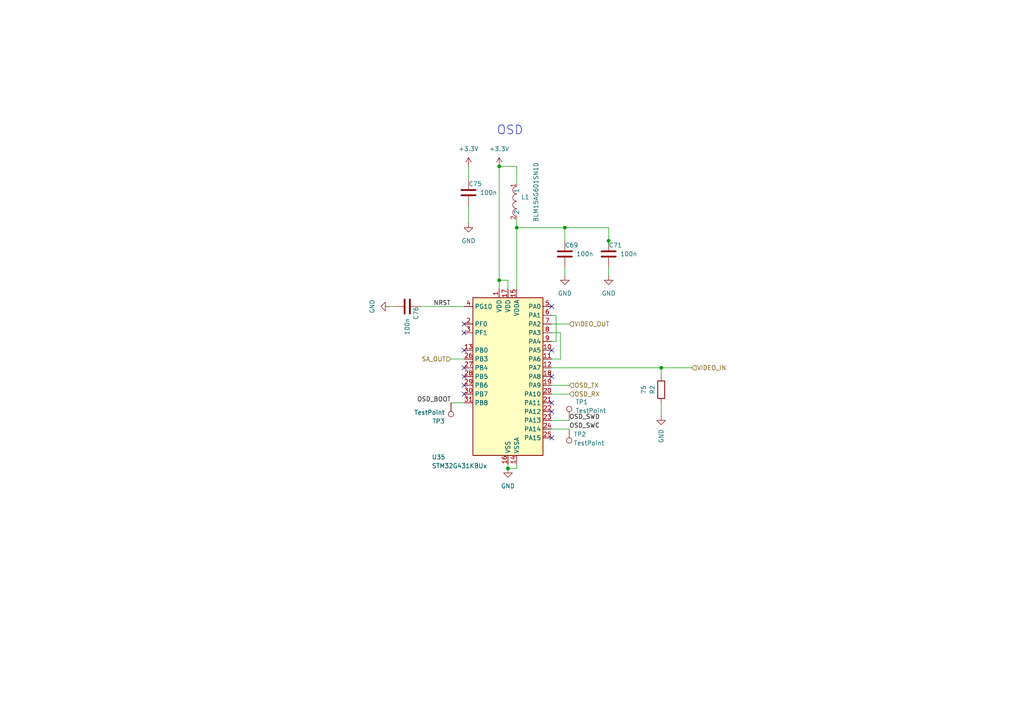
<source format=kicad_sch>
(kicad_sch (version 20250114) (generator "eeschema") (generator_version "9.0")
  (paper "A4")
  (lib_symbols
    (symbol "Connector:TestPoint" (pin_numbers (hide yes)) (pin_names (offset 0.762) (hide yes))
      (property "Reference" "TP" (at 0 6.858 0))
      (property "Value" "TestPoint" (at 0 5.08 0))
      (symbol "TestPoint_0_1"
        (circle (center 0 3.302) (radius 0.762))
      )
      (symbol "TestPoint_1_1"
        (pin passive line (at 0 0 90) (length 2.54) (name "1") (number "1"))
      )
    )
    (symbol "Device:C" (pin_numbers (hide yes)) (pin_names (offset 0.254))
      (property "Reference" "C" (at 0.635 2.54 0))
      (property "Value" "C" (at 0.635 -2.54 0))
      (symbol "C_0_1"
        (polyline (pts (xy -2.032 0.762) (xy 2.032 0.762)) (stroke (width 0.508)))
        (polyline (pts (xy -2.032 -0.762) (xy 2.032 -0.762)) (stroke (width 0.508)))
      )
      (symbol "C_1_1"
        (pin passive line (at 0 3.81 270) (length 2.794) (name "~") (number "1"))
        (pin passive line (at 0 -3.81 90) (length 2.794) (name "~") (number "2"))
      )
    )
    (symbol "Device:R" (pin_numbers (hide yes)) (pin_names (offset 0))
      (property "Reference" "R" (at 2.032 0 90))
      (property "Value" "R" (at 0 0 90))
      (symbol "R_0_1"
        (rectangle (start -1.016 -2.54) (end 1.016 2.54) (stroke (width 0.254)))
      )
      (symbol "R_1_1"
        (pin passive line (at 0 3.81 270) (length 1.27) (name "~") (number "1"))
        (pin passive line (at 0 -3.81 90) (length 1.27) (name "~") (number "2"))
      )
    )
    (symbol "MCU_ST_STM32G4:STM32G431KBUx"
      (property "Reference" "U" (at -10.16 24.13 0))
      (property "Value" "STM32G431KBUx" (at 5.08 24.13 0))
      (symbol "STM32G431KBUx_0_1"
        (rectangle (start -10.16 -22.86) (end 10.16 22.86) (stroke (width 0.254)) (fill (type background)))
      )
      (symbol "STM32G431KBUx_1_1"
        (pin bidirectional line (at -12.7 20.32 0) (length 2.54) (name "PG10") (number "4"))
        (pin bidirectional line (at -12.7 15.24 0) (length 2.54) (name "PF0") (number "2"))
        (pin bidirectional line (at -12.7 12.7 0) (length 2.54) (name "PF1") (number "3"))
        (pin bidirectional line (at -12.7 7.62 0) (length 2.54) (name "PB0") (number "13"))
        (pin bidirectional line (at -12.7 5.08 0) (length 2.54) (name "PB3") (number "26"))
        (pin bidirectional line (at -12.7 2.54 0) (length 2.54) (name "PB4") (number "27"))
        (pin bidirectional line (at -12.7 0 0) (length 2.54) (name "PB5") (number "28"))
        (pin bidirectional line (at -12.7 -2.54 0) (length 2.54) (name "PB6") (number "29"))
        (pin bidirectional line (at -12.7 -5.08 0) (length 2.54) (name "PB7") (number "30"))
        (pin bidirectional line (at -12.7 -7.62 0) (length 2.54) (name "PB8") (number "31"))
        (pin power_in line (at -2.54 25.4 270) (length 2.54) (name "VDD") (number "1"))
        (pin power_in line (at 0 25.4 270) (length 2.54) (name "VDD") (number "17"))
        (pin power_in line (at 0 -25.4 90) (length 2.54) (name "VSS") (number "16"))
        (pin passive line (at 0 -25.4 90) (length 2.54) (hide yes) (name "VSS") (number "32"))
        (pin passive line (at 0 -25.4 90) (length 2.54) (hide yes) (name "VSS") (number "33"))
        (pin power_in line (at 2.54 25.4 270) (length 2.54) (name "VDDA") (number "15"))
        (pin power_in line (at 2.54 -25.4 90) (length 2.54) (name "VSSA") (number "14"))
        (pin bidirectional line (at 12.7 20.32 180) (length 2.54) (name "PA0") (number "5"))
        (pin bidirectional line (at 12.7 17.78 180) (length 2.54) (name "PA1") (number "6"))
        (pin bidirectional line (at 12.7 15.24 180) (length 2.54) (name "PA2") (number "7"))
        (pin bidirectional line (at 12.7 12.7 180) (length 2.54) (name "PA3") (number "8"))
        (pin bidirectional line (at 12.7 10.16 180) (length 2.54) (name "PA4") (number "9"))
        (pin bidirectional line (at 12.7 7.62 180) (length 2.54) (name "PA5") (number "10"))
        (pin bidirectional line (at 12.7 5.08 180) (length 2.54) (name "PA6") (number "11"))
        (pin bidirectional line (at 12.7 2.54 180) (length 2.54) (name "PA7") (number "12"))
        (pin bidirectional line (at 12.7 0 180) (length 2.54) (name "PA8") (number "18"))
        (pin bidirectional line (at 12.7 -2.54 180) (length 2.54) (name "PA9") (number "19"))
        (pin bidirectional line (at 12.7 -5.08 180) (length 2.54) (name "PA10") (number "20"))
        (pin bidirectional line (at 12.7 -7.62 180) (length 2.54) (name "PA11") (number "21"))
        (pin bidirectional line (at 12.7 -10.16 180) (length 2.54) (name "PA12") (number "22"))
        (pin bidirectional line (at 12.7 -12.7 180) (length 2.54) (name "PA13") (number "23"))
        (pin bidirectional line (at 12.7 -15.24 180) (length 2.54) (name "PA14") (number "24"))
        (pin bidirectional line (at 12.7 -17.78 180) (length 2.54) (name "PA15") (number "25"))
      )
    )
    (symbol "lib:BLM15AG601SN1D"
      (property "Reference" "L" (at 0 5.08 0))
      (property "Value" "BLM15AG601SN1D" (at 0 -5.08 0))
      (symbol "BLM15AG601SN1D_0_1"
        (arc (start -2.27 -0.02) (mid -3.28 -1.1324) (end -4.29 -0.02))
        (arc (start -0.11 -0.02) (mid -1.12 -1.1324) (end -2.13 -0.02))
        (arc (start 2.04 -0.02) (mid 1.03 -1.1324) (end 0.02 -0.02))
        (arc (start 4.23 -0.02) (mid 3.22 -1.1231) (end 2.21 -0.02))
        (pin unspecified line (at -5.08 0 0) (length 0.762) (name "1") (number "1"))
        (pin unspecified line (at 5.08 0 180) (length 0.762) (name "2") (number "2"))
      )
    )
    (symbol "power:+3.3V" (power) (pin_numbers (hide yes)) (pin_names (offset 0) (hide yes))
      (property "Value" "+3.3V" (at 0 3.556 0))
      (symbol "+3.3V_0_1"
        (polyline (pts (xy -0.762 1.27) (xy 0 2.54)))
        (polyline (pts (xy 0 2.54) (xy 0.762 1.27)))
        (polyline (pts (xy 0 0) (xy 0 2.54)))
      )
      (symbol "+3.3V_1_1"
        (pin power_in line (at 0 0 90) (length 0) (name "~") (number "1"))
      )
    )
    (symbol "power:GND" (power) (pin_numbers (hide yes)) (pin_names (offset 0) (hide yes))
      (property "Value" "GND" (at 0 -3.81 0))
      (symbol "GND_0_1"
        (polyline (pts (xy 0 0) (xy 0 -1.27) (xy 1.27 -1.27) (xy 0 -2.54) (xy -1.27 -1.27) (xy 0 -1.27)))
      )
      (symbol "GND_1_1"
        (pin power_in line (at 0 0 270) (length 0) (name "~") (number "1"))
      )
    )
  )
  (text "OSD" (at 144.018 39.37 0) (effects (font (size 2.54 2.54)) (justify left bottom)))
  (junction (at 144.78 81.28))
  (junction (at 144.78 48.26))
  (junction (at 191.77 106.68))
  (junction (at 176.53 69.85))
  (junction (at 149.86 66.04))
  (junction (at 147.32 135.89))
  (junction (at 163.83 66.04))
  (no_connect (at 160.02 127))
  (no_connect (at 134.62 93.98))
  (no_connect (at 160.02 116.84))
  (no_connect (at 134.62 109.22))
  (no_connect (at 134.62 111.76))
  (no_connect (at 134.62 114.3))
  (no_connect (at 134.62 96.52))
  (no_connect (at 160.02 109.22))
  (no_connect (at 134.62 101.6))
  (no_connect (at 134.62 106.68))
  (no_connect (at 160.02 119.38))
  (no_connect (at 160.02 88.9))
  (no_connect (at 160.02 101.6))
  (wire (pts (xy 163.83 66.04) (xy 163.83 69.85)))
  (wire (pts (xy 135.89 59.69) (xy 135.89 64.77)))
  (wire (pts (xy 149.86 135.89) (xy 147.32 135.89)))
  (wire (pts (xy 163.83 77.47) (xy 163.83 80.01)))
  (wire (pts (xy 130.81 116.84) (xy 134.62 116.84)))
  (wire (pts (xy 149.86 48.26) (xy 149.86 53.34)))
  (wire (pts (xy 176.53 71.12) (xy 176.53 69.85)))
  (wire (pts (xy 160.02 93.98) (xy 165.1 93.98)))
  (wire (pts (xy 114.3 88.9) (xy 113.03 88.9)))
  (wire (pts (xy 144.78 48.26) (xy 144.78 81.28)))
  (wire (pts (xy 163.83 66.04) (xy 176.53 66.04)))
  (wire (pts (xy 160.02 124.46) (xy 165.1 124.46)))
  (wire (pts (xy 160.02 121.92) (xy 165.1 121.92)))
  (wire (pts (xy 147.32 134.62) (xy 147.32 135.89)))
  (wire (pts (xy 149.86 63.5) (xy 149.86 66.04)))
  (wire (pts (xy 144.78 48.26) (xy 149.86 48.26)))
  (wire (pts (xy 149.86 134.62) (xy 149.86 135.89)))
  (wire (pts (xy 161.29 91.44) (xy 161.29 99.06)))
  (wire (pts (xy 162.56 96.52) (xy 162.56 104.14)))
  (wire (pts (xy 176.53 69.85) (xy 176.53 66.04)))
  (wire (pts (xy 160.02 91.44) (xy 161.29 91.44)))
  (wire (pts (xy 161.29 99.06) (xy 160.02 99.06)))
  (wire (pts (xy 135.89 48.26) (xy 135.89 52.07)))
  (wire (pts (xy 191.77 106.68) (xy 191.77 109.22)))
  (wire (pts (xy 176.53 77.47) (xy 176.53 80.01)))
  (wire (pts (xy 149.86 66.04) (xy 149.86 83.82)))
  (wire (pts (xy 160.02 96.52) (xy 162.56 96.52)))
  (wire (pts (xy 144.78 83.82) (xy 144.78 81.28)))
  (wire (pts (xy 149.86 66.04) (xy 163.83 66.04)))
  (wire (pts (xy 162.56 104.14) (xy 160.02 104.14)))
  (wire (pts (xy 147.32 83.82) (xy 147.32 81.28)))
  (wire (pts (xy 121.92 88.9) (xy 134.62 88.9)))
  (wire (pts (xy 130.81 104.14) (xy 134.62 104.14)))
  (wire (pts (xy 160.02 111.76) (xy 165.1 111.76)))
  (wire (pts (xy 147.32 81.28) (xy 144.78 81.28)))
  (wire (pts (xy 191.77 106.68) (xy 200.66 106.68)))
  (wire (pts (xy 160.02 106.68) (xy 191.77 106.68)))
  (wire (pts (xy 191.77 116.84) (xy 191.77 120.65)))
  (wire (pts (xy 160.02 114.3) (xy 165.1 114.3)))
  (label "OSD_BOOT" (at 130.81 116.84 180))
  (label "NRST" (at 125.73 88.9 0))
  (label "OSD_SWD" (at 165.1 121.92 0))
  (label "OSD_SWC" (at 165.1 124.46 0))
  (hierarchical_label "VIDEO_OUT" (shape input) (at 165.1 93.98 0))
  (hierarchical_label "VIDEO_IN" (shape input) (at 200.66 106.68 0))
  (hierarchical_label "SA_OUT" (shape input) (at 130.81 104.14 180))
  (hierarchical_label "OSD_RX" (shape input) (at 165.1 114.3 0))
  (hierarchical_label "OSD_TX" (shape input) (at 165.1 111.76 0))
  (symbol (lib_id "power:GND") (at 147.32 135.89 0) (unit 1)
    (property "Reference" "#PWR0190" (effects (hide yes)))
    (property "Value" "GND" (at 147.32 140.97 0))
  )
  (symbol (lib_id "power:GND") (at 163.83 80.01 0) (unit 1)
    (property "Reference" "#PWR0193" (effects (hide yes)))
    (property "Value" "GND" (at 163.83 85.09 0))
    (property "Description" "Power symbol creates a global label with name \"GND\" , ground" (effects (hide yes)))
  )
  (symbol (lib_id "power:GND") (at 135.89 64.77 0) (unit 1)
    (property "Reference" "#PWR0205" (effects (hide yes)))
    (property "Value" "GND" (at 135.89 69.85 0))
    (property "Description" "Power symbol creates a global label with name \"GND\" , ground" (effects (hide yes)))
  )
  (symbol (lib_id "Connector:TestPoint") (at 165.1 124.46 180) (unit 1)
    (property "Reference" "TP2" (at 166.37 125.984 0) (effects (justify right)))
    (property "Value" "TestPoint" (at 166.37 128.524 0) (effects (justify right)))
    (property "Footprint" "TestPoint:TestPoint_Pad_D1.0mm" (effects (hide yes)))
    (property "Description" "test point" (effects (hide yes)))
  )
  (symbol (lib_id "MCU_ST_STM32G4:STM32G431KBUx") (at 147.32 109.22 0) (unit 1)
    (property "Reference" "U35" (at 125.222 132.588 0) (effects (justify left)))
    (property "Value" "STM32G431KBUx" (at 125.222 135.128 0) (effects (justify left)))
    (property "Footprint" "Package_DFN_QFN:QFN-32-1EP_5x5mm_P0.5mm_EP3.1x3.1mm" (effects (hide yes)))
    (property "Datasheet" "https://www.st.com/resource/en/datasheet/stm32g431kb.pdf" (effects (hide yes)))
    (property "Description" "STMicroelectronics Arm Cortex-M4 MCU, 128KB flash, 32KB RAM, 170 MHz, 1.71-3.6V, 26 GPIO, UFQFPN32" (effects (hide yes)))
    (property "LCSC" "C1341901" (effects (hide yes)))
  )
  (symbol (lib_id "Device:C") (at 118.11 88.9 270) (unit 1)
    (property "Reference" "C76" (at 120.65 88.9 0) (effects (justify left)))
    (property "Value" "100n" (at 118.11 92.202 0) (effects (justify left)))
    (property "Footprint" "Capacitor_SMD:C_0402_1005Metric" (effects (hide yes)))
    (property "LCSC" "C1525" (effects (hide yes)))
  )
  (symbol (lib_id "power:GND") (at 176.53 80.01 0) (unit 1)
    (property "Reference" "#PWR0192" (effects (hide yes)))
    (property "Value" "GND" (at 176.53 85.09 0))
    (property "Description" "Power symbol creates a global label with name \"GND\" , ground" (effects (hide yes)))
  )
  (symbol (lib_id "power:GND") (at 113.03 88.9 270) (unit 1)
    (property "Reference" "#PWR0206" (effects (hide yes)))
    (property "Value" "GND" (at 107.95 88.9 0))
    (property "Description" "Power symbol creates a global label with name \"GND\" , ground" (effects (hide yes)))
  )
  (symbol (lib_id "Device:R") (at 191.77 113.03 0) (mirror x) (unit 1)
    (property "Reference" "R2" (at 189.23 113.03 90))
    (property "Value" "75" (at 186.69 113.03 90))
    (property "Footprint" "Resistor_SMD:R_0402_1005Metric" (effects (hide yes)))
    (property "LCSC" "C11702" (effects (hide yes)))
  )
  (symbol (lib_id "lib:BLM15AG601SN1D") (at 149.86 58.42 270) (unit 1)
    (property "Reference" "L1" (at 151.13 57.1499 90) (effects (justify left)))
    (property "Value" "BLM15AG601SN1D" (at 155.448 46.99 0) (effects (justify left)))
    (property "Footprint" "lib:L0402" (effects (hide yes)))
    (property "Datasheet" "https://lcsc.com/product-detail/Ferrite-Beads-And-Chips_muRata_BLM15AG601SN1D_600R-at100MHz_C76884.html" (effects (hide yes)))
    (property "LCSC Part" "C76884" (effects (hide yes)))
  )
  (symbol (lib_id "Device:C") (at 135.89 55.88 0) (unit 1)
    (property "Reference" "C75" (at 135.89 53.34 0) (effects (justify left)))
    (property "Value" "100n" (at 139.192 55.88 0) (effects (justify left)))
    (property "Footprint" "Capacitor_SMD:C_0402_1005Metric" (effects (hide yes)))
    (property "LCSC" "C1525" (effects (hide yes)))
  )
  (symbol (lib_id "power:+3.3V") (at 144.78 48.26 0) (unit 1)
    (property "Reference" "#PWR0196" (effects (hide yes)))
    (property "Value" "+3.3V" (at 144.78 43.18 0))
    (property "Description" "Power symbol creates a global label with name \"+3.3V\"" (effects (hide yes)))
  )
  (symbol (lib_id "Device:C") (at 176.53 73.66 0) (unit 1)
    (property "Reference" "C71" (at 176.53 71.12 0) (effects (justify left)))
    (property "Value" "100n" (at 179.832 73.66 0) (effects (justify left)))
    (property "Footprint" "Capacitor_SMD:C_0402_1005Metric" (effects (hide yes)))
    (property "LCSC" "C1525" (effects (hide yes)))
  )
  (symbol (lib_id "power:GND") (at 191.77 120.65 0) (unit 1)
    (property "Reference" "#PWR0191" (effects (hide yes)))
    (property "Value" "GND" (at 191.7701 124.46 90) (effects (justify right)))
  )
  (symbol (lib_id "Device:C") (at 163.83 73.66 0) (unit 1)
    (property "Reference" "C69" (at 163.83 71.12 0) (effects (justify left)))
    (property "Value" "100n" (at 167.132 73.66 0) (effects (justify left)))
    (property "Footprint" "Capacitor_SMD:C_0402_1005Metric" (effects (hide yes)))
    (property "LCSC" "C1525" (effects (hide yes)))
  )
  (symbol (lib_id "Connector:TestPoint") (at 130.81 116.84 180) (unit 1)
    (property "Reference" "TP3" (at 129.032 122.174 0) (effects (justify left)))
    (property "Value" "TestPoint" (at 129.032 119.634 0) (effects (justify left)))
    (property "Footprint" "TestPoint:TestPoint_Pad_D1.0mm" (effects (hide yes)))
    (property "Description" "test point" (effects (hide yes)))
  )
  (symbol (lib_id "Connector:TestPoint") (at 165.1 121.92 0) (unit 1)
    (property "Reference" "TP1" (at 166.878 116.586 0) (effects (justify left)))
    (property "Value" "TestPoint" (at 166.878 119.126 0) (effects (justify left)))
    (property "Footprint" "TestPoint:TestPoint_Pad_D1.0mm" (effects (hide yes)))
    (property "Description" "test point" (effects (hide yes)))
  )
  (symbol (lib_id "power:+3.3V") (at 135.89 48.26 0) (unit 1)
    (property "Reference" "#PWR0189" (effects (hide yes)))
    (property "Value" "+3.3V" (at 135.89 43.18 0))
    (property "Description" "Power symbol creates a global label with name \"+3.3V\"" (effects (hide yes)))
  )
)
</source>
